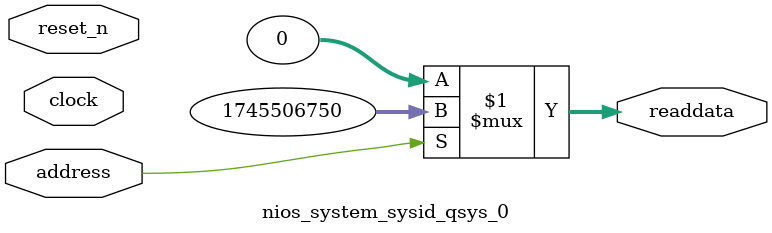
<source format=v>



// synthesis translate_off
`timescale 1ns / 1ps
// synthesis translate_on

// turn off superfluous verilog processor warnings 
// altera message_level Level1 
// altera message_off 10034 10035 10036 10037 10230 10240 10030 

module nios_system_sysid_qsys_0 (
               // inputs:
                address,
                clock,
                reset_n,

               // outputs:
                readdata
             )
;

  output  [ 31: 0] readdata;
  input            address;
  input            clock;
  input            reset_n;

  wire    [ 31: 0] readdata;
  //control_slave, which is an e_avalon_slave
  assign readdata = address ? 1745506750 : 0;

endmodule



</source>
